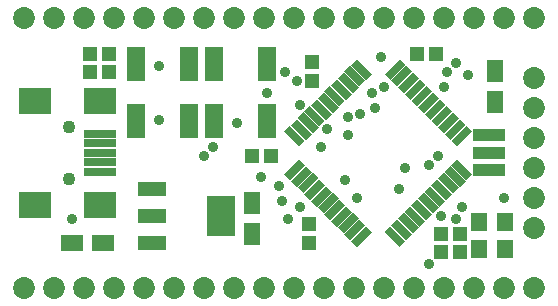
<source format=gts>
G75*
G70*
%OFA0B0*%
%FSLAX24Y24*%
%IPPOS*%
%LPD*%
%AMOC8*
5,1,8,0,0,1.08239X$1,22.5*
%
%ADD10C,0.0730*%
%ADD11C,0.0434*%
%ADD12R,0.1064X0.0277*%
%ADD13R,0.1064X0.0867*%
%ADD14R,0.0631X0.1182*%
%ADD15R,0.0926X0.0474*%
%ADD16R,0.0926X0.1360*%
%ADD17R,0.0710X0.0277*%
%ADD18R,0.0474X0.0474*%
%ADD19R,0.0552X0.0592*%
%ADD20R,0.0769X0.0572*%
%ADD21R,0.0572X0.0769*%
%ADD22R,0.1104X0.0395*%
%ADD23C,0.0360*%
D10*
X000953Y000680D03*
X001953Y000680D03*
X002953Y000680D03*
X003953Y000680D03*
X004953Y000680D03*
X005953Y000680D03*
X006953Y000680D03*
X007953Y000680D03*
X008953Y000680D03*
X009953Y000680D03*
X010953Y000680D03*
X011953Y000680D03*
X012953Y000680D03*
X013953Y000680D03*
X014953Y000680D03*
X015953Y000680D03*
X016953Y000680D03*
X017953Y000680D03*
X017953Y002680D03*
X017953Y003680D03*
X017953Y004680D03*
X017953Y005680D03*
X017953Y006680D03*
X017953Y007680D03*
X017953Y009680D03*
X016953Y009680D03*
X015953Y009680D03*
X014953Y009680D03*
X013953Y009680D03*
X012953Y009680D03*
X011953Y009680D03*
X010953Y009680D03*
X009953Y009680D03*
X008953Y009680D03*
X007953Y009680D03*
X006953Y009680D03*
X005953Y009680D03*
X004953Y009680D03*
X003953Y009680D03*
X002953Y009680D03*
X001953Y009680D03*
X000953Y009680D03*
D11*
X002453Y006046D03*
X002453Y004314D03*
D12*
X003476Y004550D03*
X003476Y004865D03*
X003476Y005180D03*
X003476Y005495D03*
X003476Y005810D03*
D13*
X003476Y006912D03*
X001311Y006912D03*
X001311Y003448D03*
X003476Y003448D03*
D14*
X004667Y006235D03*
X006439Y006235D03*
X007267Y006235D03*
X009039Y006235D03*
X009039Y008125D03*
X007267Y008125D03*
X006439Y008125D03*
X004667Y008125D03*
D15*
X005211Y003986D03*
X005211Y003080D03*
X005211Y002174D03*
D16*
X007495Y003080D03*
D17*
G36*
X010540Y004554D02*
X010039Y004053D01*
X009844Y004248D01*
X010345Y004749D01*
X010540Y004554D01*
G37*
G36*
X010762Y004331D02*
X010261Y003830D01*
X010066Y004025D01*
X010567Y004526D01*
X010762Y004331D01*
G37*
G36*
X010985Y004108D02*
X010484Y003607D01*
X010289Y003802D01*
X010790Y004303D01*
X010985Y004108D01*
G37*
G36*
X011208Y003885D02*
X010707Y003384D01*
X010512Y003579D01*
X011013Y004080D01*
X011208Y003885D01*
G37*
G36*
X011431Y003663D02*
X010930Y003162D01*
X010735Y003357D01*
X011236Y003858D01*
X011431Y003663D01*
G37*
G36*
X011653Y003440D02*
X011152Y002939D01*
X010957Y003134D01*
X011458Y003635D01*
X011653Y003440D01*
G37*
G36*
X011876Y003217D02*
X011375Y002716D01*
X011180Y002911D01*
X011681Y003412D01*
X011876Y003217D01*
G37*
G36*
X012099Y002995D02*
X011598Y002494D01*
X011403Y002689D01*
X011904Y003190D01*
X012099Y002995D01*
G37*
G36*
X012321Y002772D02*
X011820Y002271D01*
X011625Y002466D01*
X012126Y002967D01*
X012321Y002772D01*
G37*
G36*
X012544Y002549D02*
X012043Y002048D01*
X011848Y002243D01*
X012349Y002744D01*
X012544Y002549D01*
G37*
G36*
X013463Y002048D02*
X012962Y002549D01*
X013157Y002744D01*
X013658Y002243D01*
X013463Y002048D01*
G37*
G36*
X013685Y002271D02*
X013184Y002772D01*
X013379Y002967D01*
X013880Y002466D01*
X013685Y002271D01*
G37*
G36*
X013908Y002494D02*
X013407Y002995D01*
X013602Y003190D01*
X014103Y002689D01*
X013908Y002494D01*
G37*
G36*
X014131Y002716D02*
X013630Y003217D01*
X013825Y003412D01*
X014326Y002911D01*
X014131Y002716D01*
G37*
G36*
X014353Y002939D02*
X013852Y003440D01*
X014047Y003635D01*
X014548Y003134D01*
X014353Y002939D01*
G37*
G36*
X014270Y003858D02*
X014771Y003357D01*
X014576Y003162D01*
X014075Y003663D01*
X014270Y003858D01*
G37*
G36*
X014493Y004080D02*
X014994Y003579D01*
X014799Y003384D01*
X014298Y003885D01*
X014493Y004080D01*
G37*
G36*
X014716Y004303D02*
X015217Y003802D01*
X015022Y003607D01*
X014521Y004108D01*
X014716Y004303D01*
G37*
G36*
X014938Y004526D02*
X015439Y004025D01*
X015244Y003830D01*
X014743Y004331D01*
X014938Y004526D01*
G37*
G36*
X015161Y004749D02*
X015662Y004248D01*
X015467Y004053D01*
X014966Y004554D01*
X015161Y004749D01*
G37*
G36*
X015384Y004971D02*
X015885Y004470D01*
X015690Y004275D01*
X015189Y004776D01*
X015384Y004971D01*
G37*
G36*
X015189Y005584D02*
X015690Y006085D01*
X015885Y005890D01*
X015384Y005389D01*
X015189Y005584D01*
G37*
G36*
X015662Y006112D02*
X015161Y005611D01*
X014966Y005806D01*
X015467Y006307D01*
X015662Y006112D01*
G37*
G36*
X015439Y006335D02*
X014938Y005834D01*
X014743Y006029D01*
X015244Y006530D01*
X015439Y006335D01*
G37*
G36*
X015217Y006558D02*
X014716Y006057D01*
X014521Y006252D01*
X015022Y006753D01*
X015217Y006558D01*
G37*
G36*
X014994Y006781D02*
X014493Y006280D01*
X014298Y006475D01*
X014799Y006976D01*
X014994Y006781D01*
G37*
G36*
X014771Y007003D02*
X014270Y006502D01*
X014075Y006697D01*
X014576Y007198D01*
X014771Y007003D01*
G37*
G36*
X014548Y007226D02*
X014047Y006725D01*
X013852Y006920D01*
X014353Y007421D01*
X014548Y007226D01*
G37*
G36*
X014326Y007449D02*
X013825Y006948D01*
X013630Y007143D01*
X014131Y007644D01*
X014326Y007449D01*
G37*
G36*
X014103Y007671D02*
X013602Y007170D01*
X013407Y007365D01*
X013908Y007866D01*
X014103Y007671D01*
G37*
G36*
X013880Y007894D02*
X013379Y007393D01*
X013184Y007588D01*
X013685Y008089D01*
X013880Y007894D01*
G37*
G36*
X013658Y008117D02*
X013157Y007616D01*
X012962Y007811D01*
X013463Y008312D01*
X013658Y008117D01*
G37*
G36*
X012043Y008312D02*
X012544Y007811D01*
X012349Y007616D01*
X011848Y008117D01*
X012043Y008312D01*
G37*
G36*
X011820Y008089D02*
X012321Y007588D01*
X012126Y007393D01*
X011625Y007894D01*
X011820Y008089D01*
G37*
G36*
X011598Y007866D02*
X012099Y007365D01*
X011904Y007170D01*
X011403Y007671D01*
X011598Y007866D01*
G37*
G36*
X011375Y007644D02*
X011876Y007143D01*
X011681Y006948D01*
X011180Y007449D01*
X011375Y007644D01*
G37*
G36*
X011152Y007421D02*
X011653Y006920D01*
X011458Y006725D01*
X010957Y007226D01*
X011152Y007421D01*
G37*
G36*
X010930Y007198D02*
X011431Y006697D01*
X011236Y006502D01*
X010735Y007003D01*
X010930Y007198D01*
G37*
G36*
X010707Y006976D02*
X011208Y006475D01*
X011013Y006280D01*
X010512Y006781D01*
X010707Y006976D01*
G37*
G36*
X010484Y006753D02*
X010985Y006252D01*
X010790Y006057D01*
X010289Y006558D01*
X010484Y006753D01*
G37*
G36*
X010261Y006530D02*
X010762Y006029D01*
X010567Y005834D01*
X010066Y006335D01*
X010261Y006530D01*
G37*
G36*
X010039Y006307D02*
X010540Y005806D01*
X010345Y005611D01*
X009844Y006112D01*
X010039Y006307D01*
G37*
G36*
X009816Y006085D02*
X010317Y005584D01*
X010122Y005389D01*
X009621Y005890D01*
X009816Y006085D01*
G37*
G36*
X010317Y004776D02*
X009816Y004275D01*
X009621Y004470D01*
X010122Y004971D01*
X010317Y004776D01*
G37*
D18*
X009168Y005080D03*
X008538Y005080D03*
X010453Y002795D03*
X010453Y002165D03*
X014838Y001880D03*
X015468Y001880D03*
X015468Y002480D03*
X014838Y002480D03*
X010553Y007565D03*
X010553Y008195D03*
X014038Y008480D03*
X014668Y008480D03*
X003768Y008480D03*
X003138Y008480D03*
X003138Y007880D03*
X003768Y007880D03*
D19*
X016120Y002880D03*
X016986Y002880D03*
X016986Y001980D03*
X016120Y001980D03*
D20*
X003565Y002180D03*
X002541Y002180D03*
D21*
X008553Y002468D03*
X008553Y003492D03*
X016653Y006868D03*
X016653Y007892D03*
D22*
X016453Y005771D03*
X016453Y005180D03*
X016453Y004589D03*
D23*
X016953Y003680D03*
X015553Y003380D03*
X015353Y002980D03*
X014853Y003080D03*
X013453Y003980D03*
X013653Y004680D03*
X014453Y004780D03*
X014753Y005080D03*
X012153Y006480D03*
X011753Y006380D03*
X011053Y005980D03*
X011753Y005780D03*
X010853Y005380D03*
X011653Y004280D03*
X012053Y003680D03*
X010153Y003380D03*
X009553Y003580D03*
X009453Y004080D03*
X008853Y004380D03*
X007253Y005380D03*
X006953Y005080D03*
X008053Y006180D03*
X009053Y007180D03*
X010053Y007580D03*
X009653Y007880D03*
X010153Y006780D03*
X012553Y007180D03*
X012953Y007380D03*
X012653Y006680D03*
X014953Y007380D03*
X015753Y007780D03*
X015353Y008180D03*
X015053Y007880D03*
X012853Y008380D03*
X005453Y008080D03*
X005453Y006280D03*
X002553Y002980D03*
X009753Y002980D03*
X014453Y001480D03*
M02*

</source>
